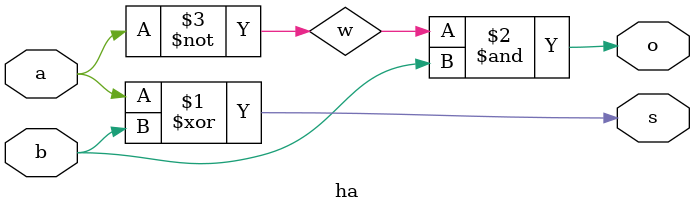
<source format=v>
module ha_test;
reg a,b;
wire s,o;
ha oo(.a(a),.b(b),.s(s),.o(o));
initial begin
  #0 a=0; b=0;
  #10 a=0; b=1;
  #10 a=1; b=0;
  #10 a=1; b=1;
end
initial begin
$display("Half Subtractor (Structural) -- HEM -- 2020503007\n");
    $monitor("a = %b b = %b diff = %b carry = %b",a,b,s,o);
end
endmodule

module ha(a,b,s,o);
input a,b;
output s,o;
wire w;
not n(w,a);
xor (s,a,b);
and (o,w,b);
endmodule
</source>
